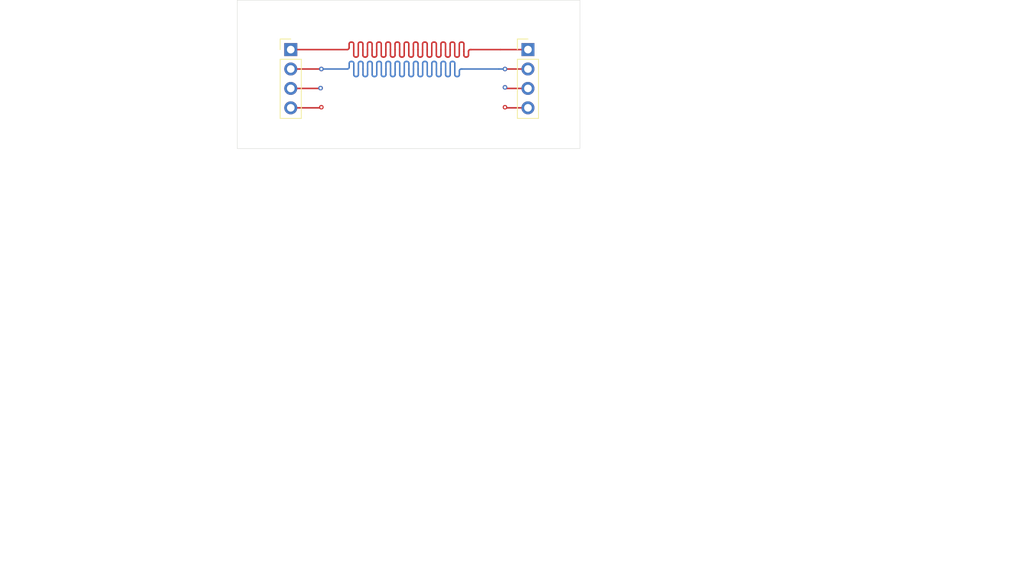
<source format=kicad_pcb>
(kicad_pcb (version 20241229) (generator "pcbnew") (generator_version "9.0")
  (layers (0 "F.Cu" signal) (4 "In1.Cu" signal) (6 "In2.Cu" signal) (2 "B.Cu" signal) (13 "F.Paste" user) (15 "B.Paste" user) (5 "F.SilkS" user "F.Silkscreen") (7 "B.SilkS" user "B.Silkscreen") (1 "F.Mask" user) (3 "B.Mask" user) (25 "Edge.Cuts" user))
  (net 0 "")
  (net 1 "Net-(J1-Pin_1)")
  (net 2 "Net-(J1-Pin_2)")
  (net 3 "Net-(J1-Pin_3)")
  (net 4 "Net-(J1-Pin_4)")
  (footprint "Connector_PinHeader_2.54mm:PinHeader_1x04_P2.54mm_Vertical" (layer "F.Cu") (at 135 87.46)
    (property "Reference" "J2" (hide yes))
    (property "Value" "Conn_01x04" (hide yes))
    (fp_line (start -1.38 -1.38) (end 0 -1.38) (stroke (width 0.12)) (layer "F.SilkS"))
    (fp_line (start -1.38 0) (end -1.38 -1.38) (stroke (width 0.12)) (layer "F.SilkS"))
    (fp_line (start -1.38 1.27) (end -1.38 9) (stroke (width 0.12)) (layer "F.SilkS"))
    (fp_line (start -1.38 1.27) (end 1.38 1.27) (stroke (width 0.12)) (layer "F.SilkS"))
    (fp_line (start -1.38 9) (end 1.38 9) (stroke (width 0.12)) (layer "F.SilkS"))
    (fp_line (start 1.38 1.27) (end 1.38 9) (stroke (width 0.12)) (layer "F.SilkS"))
    (pad "1" thru_hole rect (at 0 0) (size 1.7 1.7) (drill 1) (layers "*.Cu" "*.Mask") (net 1 "Net-(J1-Pin_1)"))
    (pad "2" thru_hole circle (at 0 2.54) (size 1.7 1.7) (drill 1) (layers "*.Cu" "*.Mask") (net 2 "Net-(J1-Pin_2)"))
    (pad "3" thru_hole circle (at 0 5.08) (size 1.7 1.7) (drill 1) (layers "*.Cu" "*.Mask") (net 3 "Net-(J1-Pin_3)"))
    (pad "4" thru_hole circle (at 0 7.62) (size 1.7 1.7) (drill 1) (layers "*.Cu" "*.Mask") (net 4 "Net-(J1-Pin_4)"))
  )
  (footprint "Connector_PinHeader_2.54mm:PinHeader_1x04_P2.54mm_Vertical" (layer "F.Cu") (at 166 87.46)
    (property "Reference" "J1" (hide yes))
    (property "Value" "Conn_01x04" (hide yes))
    (fp_line (start -1.38 -1.38) (end 0 -1.38) (stroke (width 0.12)) (layer "F.SilkS"))
    (fp_line (start -1.38 0) (end -1.38 -1.38) (stroke (width 0.12)) (layer "F.SilkS"))
    (fp_line (start -1.38 1.27) (end -1.38 9) (stroke (width 0.12)) (layer "F.SilkS"))
    (fp_line (start -1.38 1.27) (end 1.38 1.27) (stroke (width 0.12)) (layer "F.SilkS"))
    (fp_line (start -1.38 9) (end 1.38 9) (stroke (width 0.12)) (layer "F.SilkS"))
    (fp_line (start 1.38 1.27) (end 1.38 9) (stroke (width 0.12)) (layer "F.SilkS"))
    (pad "1" thru_hole rect (at 0 0) (size 1.7 1.7) (drill 1) (layers "*.Cu" "*.Mask") (net 1 "Net-(J1-Pin_1)"))
    (pad "2" thru_hole circle (at 0 2.54) (size 1.7 1.7) (drill 1) (layers "*.Cu" "*.Mask") (net 2 "Net-(J1-Pin_2)"))
    (pad "3" thru_hole circle (at 0 5.08) (size 1.7 1.7) (drill 1) (layers "*.Cu" "*.Mask") (net 3 "Net-(J1-Pin_3)"))
    (pad "4" thru_hole circle (at 0 7.62) (size 1.7 1.7) (drill 1) (layers "*.Cu" "*.Mask") (net 4 "Net-(J1-Pin_4)"))
  )
  (gr_rect (start 128 81) (end 172.8 100.4) (stroke (width 0.05)) (fill no) (layer "Edge.Cuts"))
  (segment (start 142.869384 86.483805) (end 142.989384 86.483805) (width 0.2) (layer "F.Cu") (net 1))
  (segment (start 153.429384 88.196195) (end 153.429384 87.46) (width 0.2) (layer "F.Cu") (net 1))
  (segment (start 146.229384 88.196195) (end 146.229384 87.46) (width 0.2) (layer "F.Cu") (net 1))
  (segment (start 157.629384 87.46) (end 157.629384 87.7) (width 0.2) (layer "F.Cu") (net 1))
  (segment (start 149.229384 86.723829) (end 149.229384 87.46) (width 0.2) (layer "F.Cu") (net 1))
  (segment (start 157.629384 86.723829) (end 157.629384 87.46) (width 0.2) (layer "F.Cu") (net 1))
  (segment (start 154.629384 88.196195) (end 154.629384 87.46) (width 0.2) (layer "F.Cu") (net 1))
  (segment (start 148.629384 87.46) (end 148.629384 86.723829) (width 0.2) (layer "F.Cu") (net 1))
  (segment (start 149.829384 88.196195) (end 149.829384 87.46) (width 0.2) (layer "F.Cu") (net 1))
  (segment (start 146.829384 86.723829) (end 146.829384 87.46) (width 0.2) (layer "F.Cu") (net 1))
  (segment (start 151.869384 88.436195) (end 151.989384 88.436195) (width 0.2) (layer "F.Cu") (net 1))
  (segment (start 145.629384 87.46) (end 145.629384 88.196195) (width 0.2) (layer "F.Cu") (net 1))
  (segment (start 149.469384 88.436195) (end 149.589384 88.436195) (width 0.2) (layer "F.Cu") (net 1))
  (segment (start 155.829384 87.46) (end 155.829384 86.723829) (width 0.2) (layer "F.Cu") (net 1))
  (segment (start 154.869384 86.483829) (end 154.989384 86.483829) (width 0.2) (layer "F.Cu") (net 1))
  (segment (start 153.429384 87.46) (end 153.429384 86.723829) (width 0.2) (layer "F.Cu") (net 1))
  (segment (start 135 87.46) (end 142.389384 87.46) (width 0.2) (layer "F.Cu") (net 1))
  (segment (start 150.429384 87.46) (end 150.429384 88.196195) (width 0.2) (layer "F.Cu") (net 1))
  (segment (start 154.629384 87.46) (end 154.629384 86.723829) (width 0.2) (layer "F.Cu") (net 1))
  (segment (start 158.589384 87.46) (end 162.4 87.46) (width 0.2) (layer "F.Cu") (net 1))
  (segment (start 150.669384 88.436195) (end 150.789384 88.436195) (width 0.2) (layer "F.Cu") (net 1))
  (segment (start 151.629384 87.46) (end 151.629384 88.196195) (width 0.2) (layer "F.Cu") (net 1))
  (segment (start 156.429384 87.46) (end 156.429384 88.196195) (width 0.2) (layer "F.Cu") (net 1))
  (segment (start 145.869384 88.436195) (end 145.989384 88.436195) (width 0.2) (layer "F.Cu") (net 1))
  (segment (start 158.229384 88.196195) (end 158.229384 87.7) (width 0.2) (layer "F.Cu") (net 1))
  (segment (start 147.429384 87.46) (end 147.429384 86.723829) (width 0.2) (layer "F.Cu") (net 1))
  (segment (start 146.829384 87.46) (end 146.829384 88.196195) (width 0.2) (layer "F.Cu") (net 1))
  (segment (start 156.069384 86.483829) (end 156.189384 86.483829) (width 0.2) (layer "F.Cu") (net 1))
  (segment (start 152.229384 87.46) (end 152.229384 86.723829) (width 0.2) (layer "F.Cu") (net 1))
  (segment (start 153.069384 88.436195) (end 153.189384 88.436195) (width 0.2) (layer "F.Cu") (net 1))
  (segment (start 143.829384 88.196195) (end 143.829384 87.46) (width 0.2) (layer "F.Cu") (net 1))
  (segment (start 145.029384 87.46) (end 145.029384 86.723805) (width 0.2) (layer "F.Cu") (net 1))
  (segment (start 144.669384 88.436195) (end 144.789384 88.436195) (width 0.2) (layer "F.Cu") (net 1))
  (segment (start 155.829384 88.196195) (end 155.829384 87.46) (width 0.2) (layer "F.Cu") (net 1))
  (segment (start 143.229384 86.723805) (end 143.229384 87.22) (width 0.2) (layer "F.Cu") (net 1))
  (segment (start 145.269384 86.483805) (end 145.389384 86.483805) (width 0.2) (layer "F.Cu") (net 1))
  (segment (start 148.029384 86.723829) (end 148.029384 87.46) (width 0.2) (layer "F.Cu") (net 1))
  (segment (start 155.229384 86.723829) (end 155.229384 87.46) (width 0.2) (layer "F.Cu") (net 1))
  (segment (start 145.029384 88.196195) (end 145.029384 87.46) (width 0.2) (layer "F.Cu") (net 1))
  (segment (start 151.029384 87.46) (end 151.029384 86.723829) (width 0.2) (layer "F.Cu") (net 1))
  (segment (start 156.669384 88.436195) (end 156.789384 88.436195) (width 0.2) (layer "F.Cu") (net 1))
  (segment (start 154.029384 86.723829) (end 154.029384 87.46) (width 0.2) (layer "F.Cu") (net 1))
  (segment (start 152.229384 88.196195) (end 152.229384 87.46) (width 0.2) (layer "F.Cu") (net 1))
  (segment (start 143.229384 87.46) (end 143.229384 88.196195) (width 0.2) (layer "F.Cu") (net 1))
  (segment (start 158.469384 87.46) (end 158.589384 87.46) (width 0.2) (layer "F.Cu") (net 1))
  (segment (start 154.029384 87.46) (end 154.029384 88.196195) (width 0.2) (layer "F.Cu") (net 1))
  (segment (start 148.029384 87.46) (end 148.029384 88.196195) (width 0.2) (layer "F.Cu") (net 1))
  (segment (start 152.829384 87.46) (end 152.829384 88.196195) (width 0.2) (layer "F.Cu") (net 1))
  (segment (start 148.629384 88.196195) (end 148.629384 87.46) (width 0.2) (layer "F.Cu") (net 1))
  (segment (start 146.469384 86.483829) (end 146.589384 86.483829) (width 0.2) (layer "F.Cu") (net 1))
  (segment (start 148.869384 86.483829) (end 148.989384 86.483829) (width 0.2) (layer "F.Cu") (net 1))
  (segment (start 154.269384 88.436195) (end 154.389384 88.436195) (width 0.2) (layer "F.Cu") (net 1))
  (segment (start 152.829384 86.723829) (end 152.829384 87.46) (width 0.2) (layer "F.Cu") (net 1))
  (segment (start 147.669384 86.483829) (end 147.789384 86.483829) (width 0.2) (layer "F.Cu") (net 1))
  (segment (start 144.429384 87.46) (end 144.429384 88.196195) (width 0.2) (layer "F.Cu") (net 1))
  (segment (start 149.829384 87.46) (end 149.829384 86.723829) (width 0.2) (layer "F.Cu") (net 1))
  (segment (start 146.229384 87.46) (end 146.229384 86.723829) (width 0.2) (layer "F.Cu") (net 1))
  (segment (start 148.269384 88.436195) (end 148.389384 88.436195) (width 0.2) (layer "F.Cu") (net 1))
  (segment (start 142.629384 87.22) (end 142.629384 86.723805) (width 0.2) (layer "F.Cu") (net 1))
  (segment (start 151.629384 86.723829) (end 151.629384 87.46) (width 0.2) (layer "F.Cu") (net 1))
  (segment (start 150.069384 86.483829) (end 150.189384 86.483829) (width 0.2) (layer "F.Cu") (net 1))
  (segment (start 157.029384 88.196195) (end 157.029384 87.46) (width 0.2) (layer "F.Cu") (net 1))
  (segment (start 149.229384 87.46) (end 149.229384 88.196195) (width 0.2) (layer "F.Cu") (net 1))
  (segment (start 144.069384 86.483805) (end 144.189384 86.483805) (width 0.2) (layer "F.Cu") (net 1))
  (segment (start 156.429384 86.723829) (end 156.429384 87.46) (width 0.2) (layer "F.Cu") (net 1))
  (segment (start 143.469384 88.436195) (end 143.589384 88.436195) (width 0.2) (layer "F.Cu") (net 1))
  (segment (start 144.429384 86.723805) (end 144.429384 87.46) (width 0.2) (layer "F.Cu") (net 1))
  (segment (start 147.429384 88.196195) (end 147.429384 87.46) (width 0.2) (layer "F.Cu") (net 1))
  (segment (start 157.029384 87.46) (end 157.029384 86.723829) (width 0.2) (layer "F.Cu") (net 1))
  (segment (start 151.029384 88.196195) (end 151.029384 87.46) (width 0.2) (layer "F.Cu") (net 1))
  (segment (start 157.269384 86.483829) (end 157.389384 86.483829) (width 0.2) (layer "F.Cu") (net 1))
  (segment (start 155.469384 88.436195) (end 155.589384 88.436195) (width 0.2) (layer "F.Cu") (net 1))
  (segment (start 162.4 87.46) (end 166 87.46) (width 0.2) (layer "F.Cu") (net 1))
  (segment (start 152.469384 86.483829) (end 152.589384 86.483829) (width 0.2) (layer "F.Cu") (net 1))
  (segment (start 143.829384 87.46) (end 143.829384 86.723805) (width 0.2) (layer "F.Cu") (net 1))
  (segment (start 157.629384 87.7) (end 157.629384 88.196195) (width 0.2) (layer "F.Cu") (net 1))
  (segment (start 151.269384 86.483829) (end 151.389384 86.483829) (width 0.2) (layer "F.Cu") (net 1))
  (segment (start 147.069384 88.436195) (end 147.189384 88.436195) (width 0.2) (layer "F.Cu") (net 1))
  (segment (start 153.669384 86.483829) (end 153.789384 86.483829) (width 0.2) (layer "F.Cu") (net 1))
  (segment (start 150.429384 86.723829) (end 150.429384 87.46) (width 0.2) (layer "F.Cu") (net 1))
  (segment (start 157.869384 88.436195) (end 157.989384 88.436195) (width 0.2) (layer "F.Cu") (net 1))
  (segment (start 143.229384 87.22) (end 143.229384 87.46) (width 0.2) (layer "F.Cu") (net 1))
  (segment (start 155.229384 87.46) (end 155.229384 88.196195) (width 0.2) (layer "F.Cu") (net 1))
  (segment (start 145.629384 86.723805) (end 145.629384 87.46) (width 0.2) (layer "F.Cu") (net 1))
  (arc (start 158.229384 87.7) (mid 158.299678 87.530294) (end 158.469384 87.46) (width 0.2) (layer "F.Cu") (net 1))
  (arc (start 147.429384 86.723829) (mid 147.499678 86.554123) (end 147.669384 86.483829) (width 0.2) (layer "F.Cu") (net 1))
  (arc (start 153.789384 86.483829) (mid 153.95909 86.554123) (end 154.029384 86.723829) (width 0.2) (layer "F.Cu") (net 1))
  (arc (start 146.229384 86.723829) (mid 146.299678 86.554123) (end 146.469384 86.483829) (width 0.2) (layer "F.Cu") (net 1))
  (arc (start 156.429384 88.196195) (mid 156.499678 88.365901) (end 156.669384 88.436195) (width 0.2) (layer "F.Cu") (net 1))
  (arc (start 155.229384 88.196195) (mid 155.299678 88.365901) (end 155.469384 88.436195) (width 0.2) (layer "F.Cu") (net 1))
  (arc (start 152.229384 86.723829) (mid 152.299678 86.554123) (end 152.469384 86.483829) (width 0.2) (layer "F.Cu") (net 1))
  (arc (start 148.989384 86.483829) (mid 149.15909 86.554123) (end 149.229384 86.723829) (width 0.2) (layer "F.Cu") (net 1))
  (arc (start 145.629384 88.196195) (mid 145.699678 88.365901) (end 145.869384 88.436195) (width 0.2) (layer "F.Cu") (net 1))
  (arc (start 144.189384 86.483805) (mid 144.35909 86.554099) (end 144.429384 86.723805) (width 0.2) (layer "F.Cu") (net 1))
  (arc (start 155.589384 88.436195) (mid 155.75909 88.365901) (end 155.829384 88.196195) (width 0.2) (layer "F.Cu") (net 1))
  (arc (start 155.829384 86.723829) (mid 155.899678 86.554123) (end 156.069384 86.483829) (width 0.2) (layer "F.Cu") (net 1))
  (arc (start 142.629384 86.723805) (mid 142.699678 86.554099) (end 142.869384 86.483805) (width 0.2) (layer "F.Cu") (net 1))
  (arc (start 150.189384 86.483829) (mid 150.35909 86.554123) (end 150.429384 86.723829) (width 0.2) (layer "F.Cu") (net 1))
  (arc (start 153.189384 88.436195) (mid 153.35909 88.365901) (end 153.429384 88.196195) (width 0.2) (layer "F.Cu") (net 1))
  (arc (start 151.629384 88.196195) (mid 151.699678 88.365901) (end 151.869384 88.436195) (width 0.2) (layer "F.Cu") (net 1))
  (arc (start 154.389384 88.436195) (mid 154.55909 88.365901) (end 154.629384 88.196195) (width 0.2) (layer "F.Cu") (net 1))
  (arc (start 143.829384 86.723805) (mid 143.899678 86.554099) (end 144.069384 86.483805) (width 0.2) (layer "F.Cu") (net 1))
  (arc (start 154.989384 86.483829) (mid 155.15909 86.554123) (end 155.229384 86.723829) (width 0.2) (layer "F.Cu") (net 1))
  (arc (start 152.829384 88.196195) (mid 152.899678 88.365901) (end 153.069384 88.436195) (width 0.2) (layer "F.Cu") (net 1))
  (arc (start 149.589384 88.436195) (mid 149.75909 88.365901) (end 149.829384 88.196195) (width 0.2) (layer "F.Cu") (net 1))
  (arc (start 145.989384 88.436195) (mid 146.15909 88.365901) (end 146.229384 88.196195) (width 0.2) (layer "F.Cu") (net 1))
  (arc (start 151.029384 86.723829) (mid 151.099678 86.554123) (end 151.269384 86.483829) (width 0.2) (layer "F.Cu") (net 1))
  (arc (start 151.989384 88.436195) (mid 152.15909 88.365901) (end 152.229384 88.196195) (width 0.2) (layer "F.Cu") (net 1))
  (arc (start 154.629384 86.723829) (mid 154.699678 86.554123) (end 154.869384 86.483829) (width 0.2) (layer "F.Cu") (net 1))
  (arc (start 156.189384 86.483829) (mid 156.35909 86.554123) (end 156.429384 86.723829) (width 0.2) (layer "F.Cu") (net 1))
  (arc (start 157.389384 86.483829) (mid 157.55909 86.554123) (end 157.629384 86.723829) (width 0.2) (layer "F.Cu") (net 1))
  (arc (start 148.629384 86.723829) (mid 148.699678 86.554123) (end 148.869384 86.483829) (width 0.2) (layer "F.Cu") (net 1))
  (arc (start 148.029384 88.196195) (mid 148.099678 88.365901) (end 148.269384 88.436195) (width 0.2) (layer "F.Cu") (net 1))
  (arc (start 154.029384 88.196195) (mid 154.099678 88.365901) (end 154.269384 88.436195) (width 0.2) (layer "F.Cu") (net 1))
  (arc (start 149.829384 86.723829) (mid 149.899678 86.554123) (end 150.069384 86.483829) (width 0.2) (layer "F.Cu") (net 1))
  (arc (start 156.789384 88.436195) (mid 156.95909 88.365901) (end 157.029384 88.196195) (width 0.2) (layer "F.Cu") (net 1))
  (arc (start 153.429384 86.723829) (mid 153.499678 86.554123) (end 153.669384 86.483829) (width 0.2) (layer "F.Cu") (net 1))
  (arc (start 142.989384 86.483805) (mid 143.15909 86.554099) (end 143.229384 86.723805) (width 0.2) (layer "F.Cu") (net 1))
  (arc (start 150.789384 88.436195) (mid 150.95909 88.365901) (end 151.029384 88.196195) (width 0.2) (layer "F.Cu") (net 1))
  (arc (start 151.389384 86.483829) (mid 151.55909 86.554123) (end 151.629384 86.723829) (width 0.2) (layer "F.Cu") (net 1))
  (arc (start 143.589384 88.436195) (mid 143.75909 88.365901) (end 143.829384 88.196195) (width 0.2) (layer "F.Cu") (net 1))
  (arc (start 144.429384 88.196195) (mid 144.499678 88.365901) (end 144.669384 88.436195) (width 0.2) (layer "F.Cu") (net 1))
  (arc (start 144.789384 88.436195) (mid 144.95909 88.365901) (end 145.029384 88.196195) (width 0.2) (layer "F.Cu") (net 1))
  (arc (start 157.989384 88.436195) (mid 158.15909 88.365901) (end 158.229384 88.196195) (width 0.2) (layer "F.Cu") (net 1))
  (arc (start 157.029384 86.723829) (mid 157.099678 86.554123) (end 157.269384 86.483829) (width 0.2) (layer "F.Cu") (net 1))
  (arc (start 145.029384 86.723805) (mid 145.099678 86.554099) (end 145.269384 86.483805) (width 0.2) (layer "F.Cu") (net 1))
  (arc (start 147.189384 88.436195) (mid 147.35909 88.365901) (end 147.429384 88.196195) (width 0.2) (layer "F.Cu") (net 1))
  (arc (start 150.429384 88.196195) (mid 150.499678 88.365901) (end 150.669384 88.436195) (width 0.2) (layer "F.Cu") (net 1))
  (arc (start 149.229384 88.196195) (mid 149.299678 88.365901) (end 149.469384 88.436195) (width 0.2) (layer "F.Cu") (net 1))
  (arc (start 148.389384 88.436195) (mid 148.55909 88.365901) (end 148.629384 88.196195) (width 0.2) (layer "F.Cu") (net 1))
  (arc (start 145.389384 86.483805) (mid 145.55909 86.554099) (end 145.629384 86.723805) (width 0.2) (layer "F.Cu") (net 1))
  (arc (start 146.589384 86.483829) (mid 146.75909 86.554123) (end 146.829384 86.723829) (width 0.2) (layer "F.Cu") (net 1))
  (arc (start 157.629384 88.196195) (mid 157.699678 88.365901) (end 157.869384 88.436195) (width 0.2) (layer "F.Cu") (net 1))
  (arc (start 152.589384 86.483829) (mid 152.75909 86.554123) (end 152.829384 86.723829) (width 0.2) (layer "F.Cu") (net 1))
  (arc (start 146.829384 88.196195) (mid 146.899678 88.365901) (end 147.069384 88.436195) (width 0.2) (layer "F.Cu") (net 1))
  (arc (start 143.229384 88.196195) (mid 143.299678 88.365901) (end 143.469384 88.436195) (width 0.2) (layer "F.Cu") (net 1))
  (arc (start 142.389384 87.46) (mid 142.55909 87.389706) (end 142.629384 87.22) (width 0.2) (layer "F.Cu") (net 1))
  (arc (start 147.789384 86.483829) (mid 147.95909 86.554123) (end 148.029384 86.723829) (width 0.2) (layer "F.Cu") (net 1))
  (segment (start 163 90) (end 166 90) (width 0.2) (layer "F.Cu") (net 2))
  (segment (start 135 90) (end 139 90) (width 0.2) (layer "F.Cu") (net 2))
  (via (at 139 90) (size 0.6) (drill 0.3) (layers "F.Cu" "B.Cu") (net 2))
  (via (at 163 90) (size 0.6) (drill 0.3) (layers "F.Cu" "B.Cu") (net 2))
  (segment (start 142.64 89.76) (end 142.64 89.255406) (width 0.2) (layer "B.Cu") (net 2))
  (segment (start 153.68 89.015406) (end 153.8 89.015406) (width 0.2) (layer "B.Cu") (net 2))
  (segment (start 147.68 89.015406) (end 147.8 89.015406) (width 0.2) (layer "B.Cu") (net 2))
  (segment (start 154.64 90) (end 154.64 89.255406) (width 0.2) (layer "B.Cu") (net 2))
  (segment (start 152.48 89.015406) (end 152.6 89.015406) (width 0.2) (layer "B.Cu") (net 2))
  (segment (start 149.48 90.984594) (end 149.6 90.984594) (width 0.2) (layer "B.Cu") (net 2))
  (segment (start 155.84 90) (end 155.84 89.255406) (width 0.2) (layer "B.Cu") (net 2))
  (segment (start 156.44 90) (end 156.44 90.24) (width 0.2) (layer "B.Cu") (net 2))
  (segment (start 144.08 89.015406) (end 144.2 89.015406) (width 0.2) (layer "B.Cu") (net 2))
  (segment (start 154.28 90.98457) (end 154.4 90.98457) (width 0.2) (layer "B.Cu") (net 2))
  (segment (start 154.64 90.74457) (end 154.64 90) (width 0.2) (layer "B.Cu") (net 2))
  (segment (start 143.84 90.744594) (end 143.84 90) (width 0.2) (layer "B.Cu") (net 2))
  (segment (start 143.48 90.984594) (end 143.6 90.984594) (width 0.2) (layer "B.Cu") (net 2))
  (segment (start 151.64 90) (end 151.64 90.744594) (width 0.2) (layer "B.Cu") (net 2))
  (segment (start 151.28 89.015406) (end 151.4 89.015406) (width 0.2) (layer "B.Cu") (net 2))
  (segment (start 146.24 90.744594) (end 146.24 90) (width 0.2) (layer "B.Cu") (net 2))
  (segment (start 152.84 90) (end 152.84 90.744594) (width 0.2) (layer "B.Cu") (net 2))
  (segment (start 156.44 89.255406) (end 156.44 90) (width 0.2) (layer "B.Cu") (net 2))
  (segment (start 148.64 90.744594) (end 148.64 90) (width 0.2) (layer "B.Cu") (net 2))
  (segment (start 152.24 90.744594) (end 152.24 90) (width 0.2) (layer "B.Cu") (net 2))
  (segment (start 144.68 90.984594) (end 144.8 90.984594) (width 0.2) (layer "B.Cu") (net 2))
  (segment (start 157.04 90.74457) (end 157.04 90.24) (width 0.2) (layer "B.Cu") (net 2))
  (segment (start 153.08 90.984594) (end 153.2 90.984594) (width 0.2) (layer "B.Cu") (net 2))
  (segment (start 156.68 90.98457) (end 156.8 90.98457) (width 0.2) (layer "B.Cu") (net 2))
  (segment (start 146.48 89.015406) (end 146.6 89.015406) (width 0.2) (layer "B.Cu") (net 2))
  (segment (start 148.88 89.015406) (end 149 89.015406) (width 0.2) (layer "B.Cu") (net 2))
  (segment (start 144.44 89.255406) (end 144.44 90) (width 0.2) (layer "B.Cu") (net 2))
  (segment (start 154.88 89.015406) (end 155 89.015406) (width 0.2) (layer "B.Cu") (net 2))
  (segment (start 157.28 90) (end 157.4 90) (width 0.2) (layer "B.Cu") (net 2))
  (segment (start 145.28 89.015406) (end 145.4 89.015406) (width 0.2) (layer "B.Cu") (net 2))
  (segment (start 146.84 90) (end 146.84 90.744594) (width 0.2) (layer "B.Cu") (net 2))
  (segment (start 142.88 89.015406) (end 143 89.015406) (width 0.2) (layer "B.Cu") (net 2))
  (segment (start 150.68 90.984594) (end 150.8 90.984594) (width 0.2) (layer "B.Cu") (net 2))
  (segment (start 139 90) (end 142.4 90) (width 0.2) (layer "B.Cu") (net 2))
  (segment (start 149.84 90) (end 149.84 89.255406) (width 0.2) (layer "B.Cu") (net 2))
  (segment (start 155.24 90) (end 155.24 90.74457) (width 0.2) (layer "B.Cu") (net 2))
  (segment (start 145.04 90) (end 145.04 89.255406) (width 0.2) (layer "B.Cu") (net 2))
  (segment (start 151.04 90) (end 151.04 89.255406) (width 0.2) (layer "B.Cu") (net 2))
  (segment (start 145.04 90.744594) (end 145.04 90) (width 0.2) (layer "B.Cu") (net 2))
  (segment (start 153.44 90) (end 153.44 89.255406) (width 0.2) (layer "B.Cu") (net 2))
  (segment (start 146.24 90) (end 146.24 89.255406) (width 0.2) (layer "B.Cu") (net 2))
  (segment (start 147.44 90.744594) (end 147.44 90) (width 0.2) (layer "B.Cu") (net 2))
  (segment (start 147.08 90.984594) (end 147.2 90.984594) (width 0.2) (layer "B.Cu") (net 2))
  (segment (start 144.44 90) (end 144.44 90.744594) (width 0.2) (layer "B.Cu") (net 2))
  (segment (start 155.24 89.255406) (end 155.24 90) (width 0.2) (layer "B.Cu") (net 2))
  (segment (start 155.84 90.74457) (end 155.84 90) (width 0.2) (layer "B.Cu") (net 2))
  (segment (start 149.24 90) (end 149.24 90.744594) (width 0.2) (layer "B.Cu") (net 2))
  (segment (start 143.24 89.255406) (end 143.24 89.76) (width 0.2) (layer "B.Cu") (net 2))
  (segment (start 148.04 89.255406) (end 148.04 90) (width 0.2) (layer "B.Cu") (net 2))
  (segment (start 151.88 90.984594) (end 152 90.984594) (width 0.2) (layer "B.Cu") (net 2))
  (segment (start 151.04 90.744594) (end 151.04 90) (width 0.2) (layer "B.Cu") (net 2))
  (segment (start 145.64 90) (end 145.64 90.744594) (width 0.2) (layer "B.Cu") (net 2))
  (segment (start 156.44 90.24) (end 156.44 90.74457) (width 0.2) (layer "B.Cu") (net 2))
  (segment (start 143.24 90) (end 143.24 90.744594) (width 0.2) (layer "B.Cu") (net 2))
  (segment (start 154.04 90) (end 154.04 90.74457) (width 0.2) (layer "B.Cu") (net 2))
  (segment (start 143.24 89.76) (end 143.24 90) (width 0.2) (layer "B.Cu") (net 2))
  (segment (start 151.64 89.255406) (end 151.64 90) (width 0.2) (layer "B.Cu") (net 2))
  (segment (start 157.4 90) (end 162.2 90) (width 0.2) (layer "B.Cu") (net 2))
  (segment (start 150.08 89.015406) (end 150.2 89.015406) (width 0.2) (layer "B.Cu") (net 2))
  (segment (start 154.04 89.255406) (end 154.04 90) (width 0.2) (layer "B.Cu") (net 2))
  (segment (start 145.64 89.255406) (end 145.64 90) (width 0.2) (layer "B.Cu") (net 2))
  (segment (start 143.84 90) (end 143.84 89.255406) (width 0.2) (layer "B.Cu") (net 2))
  (segment (start 150.44 90) (end 150.44 90.744594) (width 0.2) (layer "B.Cu") (net 2))
  (segment (start 147.44 90) (end 147.44 89.255406) (width 0.2) (layer "B.Cu") (net 2))
  (segment (start 149.84 90.744594) (end 149.84 90) (width 0.2) (layer "B.Cu") (net 2))
  (segment (start 148.28 90.984594) (end 148.4 90.984594) (width 0.2) (layer "B.Cu") (net 2))
  (segment (start 162.2 90) (end 163 90) (width 0.2) (layer "B.Cu") (net 2))
  (segment (start 148.04 90) (end 148.04 90.744594) (width 0.2) (layer "B.Cu") (net 2))
  (segment (start 149.24 89.255406) (end 149.24 90) (width 0.2) (layer "B.Cu") (net 2))
  (segment (start 153.44 90.744594) (end 153.44 90) (width 0.2) (layer "B.Cu") (net 2))
  (segment (start 156.08 89.015406) (end 156.2 89.015406) (width 0.2) (layer "B.Cu") (net 2))
  (segment (start 152.84 89.255406) (end 152.84 90) (width 0.2) (layer "B.Cu") (net 2))
  (segment (start 150.44 89.255406) (end 150.44 90) (width 0.2) (layer "B.Cu") (net 2))
  (segment (start 146.84 89.255406) (end 146.84 90) (width 0.2) (layer "B.Cu") (net 2))
  (segment (start 152.24 90) (end 152.24 89.255406) (width 0.2) (layer "B.Cu") (net 2))
  (segment (start 148.64 90) (end 148.64 89.255406) (width 0.2) (layer "B.Cu") (net 2))
  (segment (start 155.48 90.98457) (end 155.6 90.98457) (width 0.2) (layer "B.Cu") (net 2))
  (segment (start 145.88 90.984594) (end 146 90.984594) (width 0.2) (layer "B.Cu") (net 2))
  (arc (start 153.8 89.015406) (mid 153.969706 89.0857) (end 154.04 89.255406) (width 0.2) (layer "B.Cu") (net 2))
  (arc (start 147.44 89.255406) (mid 147.510294 89.0857) (end 147.68 89.015406) (width 0.2) (layer "B.Cu") (net 2))
  (arc (start 153.2 90.984594) (mid 153.369706 90.9143) (end 153.44 90.744594) (width 0.2) (layer "B.Cu") (net 2))
  (arc (start 155 89.015406) (mid 155.169706 89.0857) (end 155.24 89.255406) (width 0.2) (layer "B.Cu") (net 2))
  (arc (start 149.84 89.255406) (mid 149.910294 89.0857) (end 150.08 89.015406) (width 0.2) (layer "B.Cu") (net 2))
  (arc (start 154.64 89.255406) (mid 154.710294 89.0857) (end 154.88 89.015406) (width 0.2) (layer "B.Cu") (net 2))
  (arc (start 143 89.015406) (mid 143.169706 89.0857) (end 143.24 89.255406) (width 0.2) (layer "B.Cu") (net 2))
  (arc (start 151.04 89.255406) (mid 151.110294 89.0857) (end 151.28 89.015406) (width 0.2) (layer "B.Cu") (net 2))
  (arc (start 147.8 89.015406) (mid 147.969706 89.0857) (end 148.04 89.255406) (width 0.2) (layer "B.Cu") (net 2))
  (arc (start 151.4 89.015406) (mid 151.569706 89.0857) (end 151.64 89.255406) (width 0.2) (layer "B.Cu") (net 2))
  (arc (start 154.04 90.74457) (mid 154.110294 90.914276) (end 154.28 90.98457) (width 0.2) (layer "B.Cu") (net 2))
  (arc (start 143.6 90.984594) (mid 143.769706 90.9143) (end 143.84 90.744594) (width 0.2) (layer "B.Cu") (net 2))
  (arc (start 155.24 90.74457) (mid 155.310294 90.914276) (end 155.48 90.98457) (width 0.2) (layer "B.Cu") (net 2))
  (arc (start 156.8 90.98457) (mid 156.969706 90.914276) (end 157.04 90.74457) (width 0.2) (layer "B.Cu") (net 2))
  (arc (start 146 90.984594) (mid 146.169706 90.9143) (end 146.24 90.744594) (width 0.2) (layer "B.Cu") (net 2))
  (arc (start 147.2 90.984594) (mid 147.369706 90.9143) (end 147.44 90.744594) (width 0.2) (layer "B.Cu") (net 2))
  (arc (start 155.6 90.98457) (mid 155.769706 90.914276) (end 155.84 90.74457) (width 0.2) (layer "B.Cu") (net 2))
  (arc (start 155.84 89.255406) (mid 155.910294 89.0857) (end 156.08 89.015406) (width 0.2) (layer "B.Cu") (net 2))
  (arc (start 152 90.984594) (mid 152.169706 90.9143) (end 152.24 90.744594) (width 0.2) (layer "B.Cu") (net 2))
  (arc (start 153.44 89.255406) (mid 153.510294 89.0857) (end 153.68 89.015406) (width 0.2) (layer "B.Cu") (net 2))
  (arc (start 154.4 90.98457) (mid 154.569706 90.914276) (end 154.64 90.74457) (width 0.2) (layer "B.Cu") (net 2))
  (arc (start 145.4 89.015406) (mid 145.569706 89.0857) (end 145.64 89.255406) (width 0.2) (layer "B.Cu") (net 2))
  (arc (start 152.6 89.015406) (mid 152.769706 89.0857) (end 152.84 89.255406) (width 0.2) (layer "B.Cu") (net 2))
  (arc (start 149.24 90.744594) (mid 149.310294 90.9143) (end 149.48 90.984594) (width 0.2) (layer "B.Cu") (net 2))
  (arc (start 157.04 90.24) (mid 157.110294 90.070294) (end 157.28 90) (width 0.2) (layer "B.Cu") (net 2))
  (arc (start 148.64 89.255406) (mid 148.710294 89.0857) (end 148.88 89.015406) (width 0.2) (layer "B.Cu") (net 2))
  (arc (start 149.6 90.984594) (mid 149.769706 90.9143) (end 149.84 90.744594) (width 0.2) (layer "B.Cu") (net 2))
  (arc (start 152.84 90.744594) (mid 152.910294 90.9143) (end 153.08 90.984594) (width 0.2) (layer "B.Cu") (net 2))
  (arc (start 150.44 90.744594) (mid 150.510294 90.9143) (end 150.68 90.984594) (width 0.2) (layer "B.Cu") (net 2))
  (arc (start 150.8 90.984594) (mid 150.969706 90.9143) (end 151.04 90.744594) (width 0.2) (layer "B.Cu") (net 2))
  (arc (start 142.4 90) (mid 142.569706 89.929706) (end 142.64 89.76) (width 0.2) (layer "B.Cu") (net 2))
  (arc (start 152.24 89.255406) (mid 152.310294 89.0857) (end 152.48 89.015406) (width 0.2) (layer "B.Cu") (net 2))
  (arc (start 145.04 89.255406) (mid 145.110294 89.0857) (end 145.28 89.015406) (width 0.2) (layer "B.Cu") (net 2))
  (arc (start 150.2 89.015406) (mid 150.369706 89.0857) (end 150.44 89.255406) (width 0.2) (layer "B.Cu") (net 2))
  (arc (start 145.64 90.744594) (mid 145.710294 90.9143) (end 145.88 90.984594) (width 0.2) (layer "B.Cu") (net 2))
  (arc (start 148.4 90.984594) (mid 148.569706 90.9143) (end 148.64 90.744594) (width 0.2) (layer "B.Cu") (net 2))
  (arc (start 142.64 89.255406) (mid 142.710294 89.0857) (end 142.88 89.015406) (width 0.2) (layer "B.Cu") (net 2))
  (arc (start 144.44 90.744594) (mid 144.510294 90.9143) (end 144.68 90.984594) (width 0.2) (layer "B.Cu") (net 2))
  (arc (start 143.24 90.744594) (mid 143.310294 90.9143) (end 143.48 90.984594) (width 0.2) (layer "B.Cu") (net 2))
  (arc (start 143.84 89.255406) (mid 143.910294 89.0857) (end 144.08 89.015406) (width 0.2) (layer "B.Cu") (net 2))
  (arc (start 146.6 89.015406) (mid 146.769706 89.0857) (end 146.84 89.255406) (width 0.2) (layer "B.Cu") (net 2))
  (arc (start 151.64 90.744594) (mid 151.710294 90.9143) (end 151.88 90.984594) (width 0.2) (layer "B.Cu") (net 2))
  (arc (start 146.84 90.744594) (mid 146.910294 90.9143) (end 147.08 90.984594) (width 0.2) (layer "B.Cu") (net 2))
  (arc (start 156.44 90.74457) (mid 156.510294 90.914276) (end 156.68 90.98457) (width 0.2) (layer "B.Cu") (net 2))
  (arc (start 148.04 90.744594) (mid 148.110294 90.9143) (end 148.28 90.984594) (width 0.2) (layer "B.Cu") (net 2))
  (arc (start 146.24 89.255406) (mid 146.310294 89.0857) (end 146.48 89.015406) (width 0.2) (layer "B.Cu") (net 2))
  (arc (start 149 89.015406) (mid 149.169706 89.0857) (end 149.24 89.255406) (width 0.2) (layer "B.Cu") (net 2))
  (arc (start 144.2 89.015406) (mid 144.369706 89.0857) (end 144.44 89.255406) (width 0.2) (layer "B.Cu") (net 2))
  (arc (start 156.2 89.015406) (mid 156.369706 89.0857) (end 156.44 89.255406) (width 0.2) (layer "B.Cu") (net 2))
  (arc (start 144.8 90.984594) (mid 144.969706 90.9143) (end 145.04 90.744594) (width 0.2) (layer "B.Cu") (net 2))
  (segment (start 138.9 92.5) (end 138.86 92.54) (width 0.2) (layer "F.Cu") (net 3))
  (segment (start 138.86 92.54) (end 135 92.54) (width 0.2) (layer "F.Cu") (net 3))
  (segment (start 166 92.54) (end 163.14 92.54) (width 0.2) (layer "F.Cu") (net 3))
  (segment (start 163.14 92.54) (end 163 92.4) (width 0.2) (layer "F.Cu") (net 3))
  (via (at 163 92.4) (size 0.6) (drill 0.3) (layers "F.Cu" "B.Cu") (net 3))
  (via (at 138.9 92.5) (size 0.6) (drill 0.3) (layers "F.Cu" "B.Cu") (net 3))
  (segment (start 163.08 95.08) (end 163 95) (width 0.2) (layer "F.Cu") (net 4))
  (segment (start 138.92 95.08) (end 139 95) (width 0.2) (layer "F.Cu") (net 4))
  (segment (start 135 95.08) (end 138.92 95.08) (width 0.2) (layer "F.Cu") (net 4))
  (segment (start 166 95.08) (end 163.08 95.08) (width 0.2) (layer "F.Cu") (net 4))
  (via micro (at 163 95) (size 0.6) (drill 0.3) (layers "F.Cu" "In1.Cu") (net 4))
  (via micro (at 139 95) (size 0.6) (drill 0.3) (layers "F.Cu" "In1.Cu") (net 4))
)
</source>
